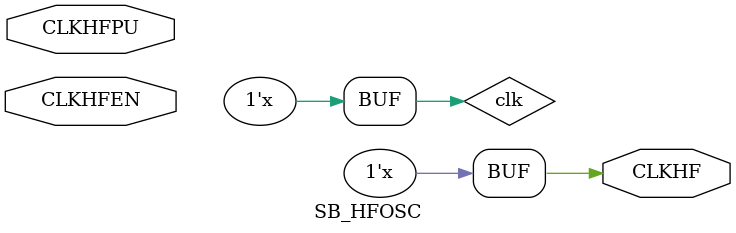
<source format=v>
module SB_HFOSC #(parameter CLKHF_DIV = "0b11") (
    CLKHFEN, CLKHFPU, CLKHF
);
    input CLKHFEN;
    input CLKHFPU;
    output CLKHF;

    reg clk = 0;
    always #1 clk = !clk;

    assign CLKHF = clk;
endmodule

</source>
